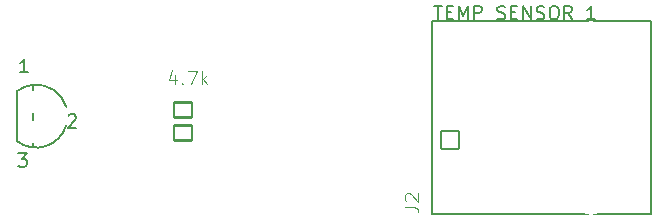
<source format=gto>
G04 #@! TF.GenerationSoftware,KiCad,Pcbnew,7.0.6*
G04 #@! TF.CreationDate,2023-12-02T16:45:52-07:00*
G04 #@! TF.ProjectId,Temperature Senor Board V2 (2),54656d70-6572-4617-9475-72652053656e,rev?*
G04 #@! TF.SameCoordinates,Original*
G04 #@! TF.FileFunction,Legend,Top*
G04 #@! TF.FilePolarity,Positive*
%FSLAX46Y46*%
G04 Gerber Fmt 4.6, Leading zero omitted, Abs format (unit mm)*
G04 Created by KiCad (PCBNEW 7.0.6) date 2023-12-02 16:45:52*
%MOMM*%
%LPD*%
G01*
G04 APERTURE LIST*
G04 Aperture macros list*
%AMRoundRect*
0 Rectangle with rounded corners*
0 $1 Rounding radius*
0 $2 $3 $4 $5 $6 $7 $8 $9 X,Y pos of 4 corners*
0 Add a 4 corners polygon primitive as box body*
4,1,4,$2,$3,$4,$5,$6,$7,$8,$9,$2,$3,0*
0 Add four circle primitives for the rounded corners*
1,1,$1+$1,$2,$3*
1,1,$1+$1,$4,$5*
1,1,$1+$1,$6,$7*
1,1,$1+$1,$8,$9*
0 Add four rect primitives between the rounded corners*
20,1,$1+$1,$2,$3,$4,$5,0*
20,1,$1+$1,$4,$5,$6,$7,0*
20,1,$1+$1,$6,$7,$8,$9,0*
20,1,$1+$1,$8,$9,$2,$3,0*%
%AMFreePoly0*
4,1,25,0.333266,0.742596,0.345389,0.732242,0.732242,0.345389,0.760749,0.289441,0.762000,0.273547,0.762000,-0.273547,0.742596,-0.333266,0.732242,-0.345389,0.345389,-0.732242,0.289441,-0.760749,0.273547,-0.762000,-0.273547,-0.762000,-0.333266,-0.742596,-0.345389,-0.732242,-0.732242,-0.345389,-0.760749,-0.289441,-0.762000,-0.273547,-0.762000,0.273547,-0.742596,0.333266,-0.732242,0.345389,
-0.345389,0.732242,-0.289441,0.760749,-0.273547,0.762000,0.273547,0.762000,0.333266,0.742596,0.333266,0.742596,$1*%
G04 Aperture macros list end*
%ADD10C,0.127000*%
%ADD11C,0.101600*%
%ADD12FreePoly0,270.000000*%
%ADD13C,3.300000*%
%ADD14RoundRect,0.101600X0.754000X-0.754000X0.754000X0.754000X-0.754000X0.754000X-0.754000X-0.754000X0*%
%ADD15C,1.711200*%
%ADD16C,2.678200*%
%ADD17RoundRect,0.101600X-0.750000X0.650000X-0.750000X-0.650000X0.750000X-0.650000X0.750000X0.650000X0*%
G04 APERTURE END LIST*
D10*
X157168409Y-78932514D02*
X157821552Y-78932514D01*
X157494980Y-80075514D02*
X157494980Y-78932514D01*
X158202551Y-79476800D02*
X158583551Y-79476800D01*
X158746837Y-80075514D02*
X158202551Y-80075514D01*
X158202551Y-80075514D02*
X158202551Y-78932514D01*
X158202551Y-78932514D02*
X158746837Y-78932514D01*
X159236694Y-80075514D02*
X159236694Y-78932514D01*
X159236694Y-78932514D02*
X159617694Y-79748943D01*
X159617694Y-79748943D02*
X159998694Y-78932514D01*
X159998694Y-78932514D02*
X159998694Y-80075514D01*
X160542980Y-80075514D02*
X160542980Y-78932514D01*
X160542980Y-78932514D02*
X160978409Y-78932514D01*
X160978409Y-78932514D02*
X161087266Y-78986943D01*
X161087266Y-78986943D02*
X161141695Y-79041371D01*
X161141695Y-79041371D02*
X161196123Y-79150228D01*
X161196123Y-79150228D02*
X161196123Y-79313514D01*
X161196123Y-79313514D02*
X161141695Y-79422371D01*
X161141695Y-79422371D02*
X161087266Y-79476800D01*
X161087266Y-79476800D02*
X160978409Y-79531228D01*
X160978409Y-79531228D02*
X160542980Y-79531228D01*
X161413838Y-80184371D02*
X162284695Y-80184371D01*
X162502409Y-80021086D02*
X162665695Y-80075514D01*
X162665695Y-80075514D02*
X162937837Y-80075514D01*
X162937837Y-80075514D02*
X163046695Y-80021086D01*
X163046695Y-80021086D02*
X163101123Y-79966657D01*
X163101123Y-79966657D02*
X163155552Y-79857800D01*
X163155552Y-79857800D02*
X163155552Y-79748943D01*
X163155552Y-79748943D02*
X163101123Y-79640086D01*
X163101123Y-79640086D02*
X163046695Y-79585657D01*
X163046695Y-79585657D02*
X162937837Y-79531228D01*
X162937837Y-79531228D02*
X162720123Y-79476800D01*
X162720123Y-79476800D02*
X162611266Y-79422371D01*
X162611266Y-79422371D02*
X162556837Y-79367943D01*
X162556837Y-79367943D02*
X162502409Y-79259086D01*
X162502409Y-79259086D02*
X162502409Y-79150228D01*
X162502409Y-79150228D02*
X162556837Y-79041371D01*
X162556837Y-79041371D02*
X162611266Y-78986943D01*
X162611266Y-78986943D02*
X162720123Y-78932514D01*
X162720123Y-78932514D02*
X162992266Y-78932514D01*
X162992266Y-78932514D02*
X163155552Y-78986943D01*
X163645408Y-79476800D02*
X164026408Y-79476800D01*
X164189694Y-80075514D02*
X163645408Y-80075514D01*
X163645408Y-80075514D02*
X163645408Y-78932514D01*
X163645408Y-78932514D02*
X164189694Y-78932514D01*
X164679551Y-80075514D02*
X164679551Y-78932514D01*
X164679551Y-78932514D02*
X165332694Y-80075514D01*
X165332694Y-80075514D02*
X165332694Y-78932514D01*
X165822552Y-80021086D02*
X165985838Y-80075514D01*
X165985838Y-80075514D02*
X166257980Y-80075514D01*
X166257980Y-80075514D02*
X166366838Y-80021086D01*
X166366838Y-80021086D02*
X166421266Y-79966657D01*
X166421266Y-79966657D02*
X166475695Y-79857800D01*
X166475695Y-79857800D02*
X166475695Y-79748943D01*
X166475695Y-79748943D02*
X166421266Y-79640086D01*
X166421266Y-79640086D02*
X166366838Y-79585657D01*
X166366838Y-79585657D02*
X166257980Y-79531228D01*
X166257980Y-79531228D02*
X166040266Y-79476800D01*
X166040266Y-79476800D02*
X165931409Y-79422371D01*
X165931409Y-79422371D02*
X165876980Y-79367943D01*
X165876980Y-79367943D02*
X165822552Y-79259086D01*
X165822552Y-79259086D02*
X165822552Y-79150228D01*
X165822552Y-79150228D02*
X165876980Y-79041371D01*
X165876980Y-79041371D02*
X165931409Y-78986943D01*
X165931409Y-78986943D02*
X166040266Y-78932514D01*
X166040266Y-78932514D02*
X166312409Y-78932514D01*
X166312409Y-78932514D02*
X166475695Y-78986943D01*
X167183266Y-78932514D02*
X167400980Y-78932514D01*
X167400980Y-78932514D02*
X167509837Y-78986943D01*
X167509837Y-78986943D02*
X167618694Y-79095800D01*
X167618694Y-79095800D02*
X167673123Y-79313514D01*
X167673123Y-79313514D02*
X167673123Y-79694514D01*
X167673123Y-79694514D02*
X167618694Y-79912228D01*
X167618694Y-79912228D02*
X167509837Y-80021086D01*
X167509837Y-80021086D02*
X167400980Y-80075514D01*
X167400980Y-80075514D02*
X167183266Y-80075514D01*
X167183266Y-80075514D02*
X167074409Y-80021086D01*
X167074409Y-80021086D02*
X166965551Y-79912228D01*
X166965551Y-79912228D02*
X166911123Y-79694514D01*
X166911123Y-79694514D02*
X166911123Y-79313514D01*
X166911123Y-79313514D02*
X166965551Y-79095800D01*
X166965551Y-79095800D02*
X167074409Y-78986943D01*
X167074409Y-78986943D02*
X167183266Y-78932514D01*
X168816123Y-80075514D02*
X168435123Y-79531228D01*
X168162980Y-80075514D02*
X168162980Y-78932514D01*
X168162980Y-78932514D02*
X168598409Y-78932514D01*
X168598409Y-78932514D02*
X168707266Y-78986943D01*
X168707266Y-78986943D02*
X168761695Y-79041371D01*
X168761695Y-79041371D02*
X168816123Y-79150228D01*
X168816123Y-79150228D02*
X168816123Y-79313514D01*
X168816123Y-79313514D02*
X168761695Y-79422371D01*
X168761695Y-79422371D02*
X168707266Y-79476800D01*
X168707266Y-79476800D02*
X168598409Y-79531228D01*
X168598409Y-79531228D02*
X168162980Y-79531228D01*
X169033838Y-80184371D02*
X169904695Y-80184371D01*
X170775552Y-80075514D02*
X170122409Y-80075514D01*
X170448980Y-80075514D02*
X170448980Y-78932514D01*
X170448980Y-78932514D02*
X170340123Y-79095800D01*
X170340123Y-79095800D02*
X170231266Y-79204657D01*
X170231266Y-79204657D02*
X170122409Y-79259086D01*
X122761734Y-84562514D02*
X122108591Y-84562514D01*
X122435162Y-84562514D02*
X122435162Y-83419514D01*
X122435162Y-83419514D02*
X122326305Y-83582800D01*
X122326305Y-83582800D02*
X122217448Y-83691657D01*
X122217448Y-83691657D02*
X122108591Y-83746086D01*
X121927162Y-91420514D02*
X122634734Y-91420514D01*
X122634734Y-91420514D02*
X122253734Y-91855943D01*
X122253734Y-91855943D02*
X122417019Y-91855943D01*
X122417019Y-91855943D02*
X122525877Y-91910371D01*
X122525877Y-91910371D02*
X122580305Y-91964800D01*
X122580305Y-91964800D02*
X122634734Y-92073657D01*
X122634734Y-92073657D02*
X122634734Y-92345800D01*
X122634734Y-92345800D02*
X122580305Y-92454657D01*
X122580305Y-92454657D02*
X122525877Y-92509086D01*
X122525877Y-92509086D02*
X122417019Y-92563514D01*
X122417019Y-92563514D02*
X122090448Y-92563514D01*
X122090448Y-92563514D02*
X121981591Y-92509086D01*
X121981591Y-92509086D02*
X121927162Y-92454657D01*
X126172591Y-88227371D02*
X126227019Y-88172943D01*
X126227019Y-88172943D02*
X126335877Y-88118514D01*
X126335877Y-88118514D02*
X126608019Y-88118514D01*
X126608019Y-88118514D02*
X126716877Y-88172943D01*
X126716877Y-88172943D02*
X126771305Y-88227371D01*
X126771305Y-88227371D02*
X126825734Y-88336228D01*
X126825734Y-88336228D02*
X126825734Y-88445086D01*
X126825734Y-88445086D02*
X126771305Y-88608371D01*
X126771305Y-88608371D02*
X126118162Y-89261514D01*
X126118162Y-89261514D02*
X126825734Y-89261514D01*
D11*
X154639326Y-95963138D02*
X155473897Y-95963138D01*
X155473897Y-95963138D02*
X155640811Y-96018777D01*
X155640811Y-96018777D02*
X155752088Y-96130053D01*
X155752088Y-96130053D02*
X155807726Y-96296967D01*
X155807726Y-96296967D02*
X155807726Y-96408243D01*
X154750602Y-95462395D02*
X154694964Y-95406757D01*
X154694964Y-95406757D02*
X154639326Y-95295481D01*
X154639326Y-95295481D02*
X154639326Y-95017290D01*
X154639326Y-95017290D02*
X154694964Y-94906014D01*
X154694964Y-94906014D02*
X154750602Y-94850376D01*
X154750602Y-94850376D02*
X154861878Y-94794738D01*
X154861878Y-94794738D02*
X154973154Y-94794738D01*
X154973154Y-94794738D02*
X155140068Y-94850376D01*
X155140068Y-94850376D02*
X155807726Y-95518033D01*
X155807726Y-95518033D02*
X155807726Y-94794738D01*
X135211775Y-84797792D02*
X135211775Y-85576726D01*
X134933584Y-84352688D02*
X134655394Y-85187259D01*
X134655394Y-85187259D02*
X135378689Y-85187259D01*
X135823794Y-85465449D02*
X135879432Y-85521088D01*
X135879432Y-85521088D02*
X135823794Y-85576726D01*
X135823794Y-85576726D02*
X135768156Y-85521088D01*
X135768156Y-85521088D02*
X135823794Y-85465449D01*
X135823794Y-85465449D02*
X135823794Y-85576726D01*
X136268899Y-84408326D02*
X137047832Y-84408326D01*
X137047832Y-84408326D02*
X136547089Y-85576726D01*
X137492937Y-85576726D02*
X137492937Y-84408326D01*
X137604213Y-85131621D02*
X137938042Y-85576726D01*
X137938042Y-84797792D02*
X137492937Y-85242897D01*
D10*
X123189979Y-85610131D02*
X123189979Y-86011331D01*
X121792979Y-86170531D02*
X121792979Y-90359531D01*
X123189979Y-87978731D02*
X123189979Y-88551331D01*
X123189979Y-90518731D02*
X123189979Y-90919931D01*
X125992479Y-87478732D02*
G75*
G03*
X123189979Y-85610132I-2548479J-786298D01*
G01*
X123189979Y-85610130D02*
G75*
G03*
X121792979Y-86170431I253950J-2654895D01*
G01*
X121792980Y-90359529D02*
G75*
G03*
X125992379Y-89051331I1650989J2094488D01*
G01*
X156976000Y-96552000D02*
X175516000Y-96552000D01*
X156976000Y-96552000D02*
X156976000Y-80222000D01*
X175516000Y-96552000D02*
X175516000Y-80222000D01*
X156976000Y-80222000D02*
X175516000Y-80222000D01*
%LPC*%
D12*
X123443979Y-86995031D03*
X125348979Y-88265031D03*
X123443979Y-89535031D03*
D13*
X167386000Y-93472000D03*
X167386000Y-83312000D03*
D14*
X158496000Y-90292000D03*
D15*
X158496000Y-87752000D03*
X158496000Y-85212000D03*
X161036000Y-91562000D03*
X161036000Y-89022000D03*
X161036000Y-86482000D03*
D16*
X170436000Y-95252000D03*
X170436000Y-81532000D03*
D17*
X135890000Y-87762000D03*
X135890000Y-89662000D03*
%LPD*%
M02*

</source>
